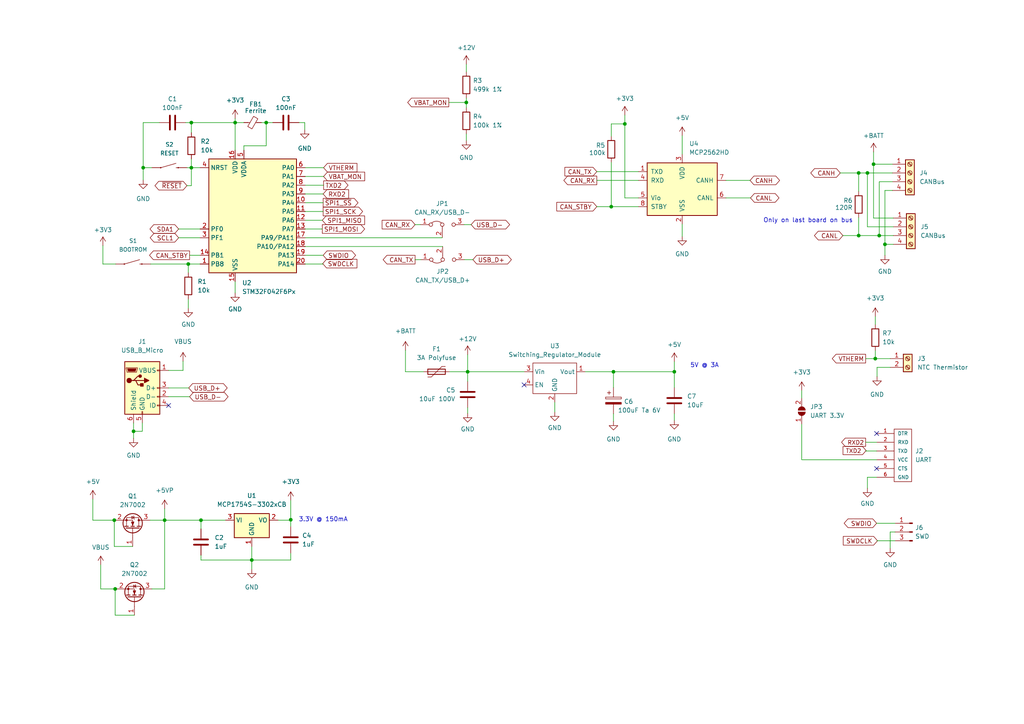
<source format=kicad_sch>
(kicad_sch (version 20211123) (generator eeschema)
  (paper "A4")
  (lib_symbols
    (symbol "+BATT_1" (power) (pin_names (offset 0))
      (property "Value" "+BATT_1" (at 0 3.556 0))
      (symbol "+BATT_1_0_1"
        (polyline (pts (xy -0.762 1.27) (xy 0 2.54)))
        (polyline (pts (xy 0 0) (xy 0 2.54)))
        (polyline (pts (xy 0 2.54) (xy 0.762 1.27)))
      )
      (symbol "+BATT_1_1_1"
        (pin power_in line (at 0 0 90) (length 0) hide (name "+BATT") (number "1"))
      )
    )
    (symbol "Beirdo:FTDI-TARGET" (pin_names (offset 1.016))
      (property "Reference" "J?" (at -1.27 1.27 0))
      (property "Value" "FTDI-TARGET" (at -6.35 -17.78 0))
      (symbol "FTDI-TARGET_0_1"
        (rectangle (start -2.54 0) (end 2.54 -15.24))
      )
      (symbol "FTDI-TARGET_1_1"
        (pin passive line (at -7.62 -1.27 0) (length 5.08) (name "DTR") (number "1"))
        (pin passive line (at -7.62 -3.81 0) (length 5.08) (name "RXD") (number "2"))
        (pin passive line (at -7.62 -6.35 0) (length 5.08) (name "TXD") (number "3"))
        (pin passive line (at -7.62 -8.89 0) (length 5.08) (name "VCC") (number "4"))
        (pin passive line (at -7.62 -11.43 0) (length 5.08) (name "CTS") (number "5"))
        (pin passive line (at -7.62 -13.97 0) (length 5.08) (name "GND") (number "6"))
      )
    )
    (symbol "Beirdo:Switching_Regulator_Module"
      (property "Reference" "U?" (at 0 5.08 0))
      (property "Value" "Switching_Regulator_Module" (at 0 2.54 0))
      (symbol "Switching_Regulator_Module_0_1"
        (rectangle (start -6.35 0) (end 6.35 -8.89))
      )
      (symbol "Switching_Regulator_Module_1_1"
        (pin power_out line (at 8.89 -2.54 180) (length 2.54) (name "Vout") (number "1"))
        (pin passive line (at 0 -11.43 90) (length 2.54) (name "GND") (number "2"))
        (pin power_in line (at -8.89 -2.54 0) (length 2.54) (name "Vin") (number "3"))
        (pin input line (at -8.89 -6.35 0) (length 2.54) (name "EN") (number "4"))
      )
    )
    (symbol "Connector:Conn_01x03_Male" (pin_names (offset 1.016) hide)
      (property "Reference" "J" (at 0 5.08 0))
      (property "Value" "Conn_01x03_Male" (at 0 -5.08 0))
      (symbol "Conn_01x03_Male_1_1"
        (polyline (pts (xy 1.27 -2.54) (xy 0.8636 -2.54)) (stroke (width 0.1524)))
        (polyline (pts (xy 1.27 0) (xy 0.8636 0)) (stroke (width 0.1524)))
        (polyline (pts (xy 1.27 2.54) (xy 0.8636 2.54)) (stroke (width 0.1524)))
        (rectangle (start 0.8636 -2.413) (end 0 -2.667) (stroke (width 0.1524)) (fill (type outline)))
        (rectangle (start 0.8636 0.127) (end 0 -0.127) (stroke (width 0.1524)) (fill (type outline)))
        (rectangle (start 0.8636 2.667) (end 0 2.413) (stroke (width 0.1524)) (fill (type outline)))
        (pin passive line (at 5.08 2.54 180) (length 3.81) (name "Pin_1") (number "1"))
        (pin passive line (at 5.08 0 180) (length 3.81) (name "Pin_2") (number "2"))
        (pin passive line (at 5.08 -2.54 180) (length 3.81) (name "Pin_3") (number "3"))
      )
    )
    (symbol "Connector:Screw_Terminal_01x02" (pin_names (offset 1.016) hide)
      (property "Reference" "J" (at 0 2.54 0))
      (property "Value" "Screw_Terminal_01x02" (at 0 -5.08 0))
      (symbol "Screw_Terminal_01x02_1_1"
        (rectangle (start -1.27 1.27) (end 1.27 -3.81) (stroke (width 0.254)) (fill (type background)))
        (circle (center 0 -2.54) (radius 0.635) (stroke (width 0.1524)))
        (polyline (pts (xy -0.5334 -2.2098) (xy 0.3302 -3.048)) (stroke (width 0.1524)))
        (polyline (pts (xy -0.5334 0.3302) (xy 0.3302 -0.508)) (stroke (width 0.1524)))
        (polyline (pts (xy -0.3556 -2.032) (xy 0.508 -2.8702)) (stroke (width 0.1524)))
        (polyline (pts (xy -0.3556 0.508) (xy 0.508 -0.3302)) (stroke (width 0.1524)))
        (circle (center 0 0) (radius 0.635) (stroke (width 0.1524)))
        (pin passive line (at -5.08 0 0) (length 3.81) (name "Pin_1") (number "1"))
        (pin passive line (at -5.08 -2.54 0) (length 3.81) (name "Pin_2") (number "2"))
      )
    )
    (symbol "Connector:Screw_Terminal_01x04" (pin_names (offset 1.016) hide)
      (property "Reference" "J" (at 0 5.08 0))
      (property "Value" "Screw_Terminal_01x04" (at 0 -7.62 0))
      (symbol "Screw_Terminal_01x04_1_1"
        (rectangle (start -1.27 3.81) (end 1.27 -6.35) (stroke (width 0.254)) (fill (type background)))
        (circle (center 0 -5.08) (radius 0.635) (stroke (width 0.1524)))
        (circle (center 0 -2.54) (radius 0.635) (stroke (width 0.1524)))
        (polyline (pts (xy -0.5334 -4.7498) (xy 0.3302 -5.588)) (stroke (width 0.1524)))
        (polyline (pts (xy -0.5334 -2.2098) (xy 0.3302 -3.048)) (stroke (width 0.1524)))
        (polyline (pts (xy -0.5334 0.3302) (xy 0.3302 -0.508)) (stroke (width 0.1524)))
        (polyline (pts (xy -0.5334 2.8702) (xy 0.3302 2.032)) (stroke (width 0.1524)))
        (polyline (pts (xy -0.3556 -4.572) (xy 0.508 -5.4102)) (stroke (width 0.1524)))
        (polyline (pts (xy -0.3556 -2.032) (xy 0.508 -2.8702)) (stroke (width 0.1524)))
        (polyline (pts (xy -0.3556 0.508) (xy 0.508 -0.3302)) (stroke (width 0.1524)))
        (polyline (pts (xy -0.3556 3.048) (xy 0.508 2.2098)) (stroke (width 0.1524)))
        (circle (center 0 0) (radius 0.635) (stroke (width 0.1524)))
        (circle (center 0 2.54) (radius 0.635) (stroke (width 0.1524)))
        (pin passive line (at -5.08 2.54 0) (length 3.81) (name "Pin_1") (number "1"))
        (pin passive line (at -5.08 0 0) (length 3.81) (name "Pin_2") (number "2"))
        (pin passive line (at -5.08 -2.54 0) (length 3.81) (name "Pin_3") (number "3"))
        (pin passive line (at -5.08 -5.08 0) (length 3.81) (name "Pin_4") (number "4"))
      )
    )
    (symbol "Connector:USB_B_Micro" (pin_names (offset 1.016))
      (property "Reference" "J" (at -5.08 11.43 0))
      (property "Value" "USB_B_Micro" (at -5.08 8.89 0))
      (symbol "USB_B_Micro_0_1"
        (rectangle (start -5.08 -7.62) (end 5.08 7.62) (stroke (width 0.254)) (fill (type background)))
        (circle (center -3.81 2.159) (radius 0.635) (stroke (width 0.254)) (fill (type outline)))
        (circle (center -0.635 3.429) (radius 0.381) (stroke (width 0.254)) (fill (type outline)))
        (rectangle (start -0.127 -7.62) (end 0.127 -6.858))
        (polyline (pts (xy -1.905 2.159) (xy 0.635 2.159)) (stroke (width 0.254)))
        (polyline (pts (xy -3.175 2.159) (xy -2.54 2.159) (xy -1.27 3.429) (xy -0.635 3.429)) (stroke (width 0.254)))
        (polyline (pts (xy -2.54 2.159) (xy -1.905 2.159) (xy -1.27 0.889) (xy 0 0.889)) (stroke (width 0.254)))
        (polyline (pts (xy 0.635 2.794) (xy 0.635 1.524) (xy 1.905 2.159) (xy 0.635 2.794)) (stroke (width 0.254)) (fill (type outline)))
        (polyline (pts (xy -4.318 5.588) (xy -1.778 5.588) (xy -2.032 4.826) (xy -4.064 4.826) (xy -4.318 5.588)) (fill (type outline)))
        (polyline (pts (xy -4.699 5.842) (xy -4.699 5.588) (xy -4.445 4.826) (xy -4.445 4.572) (xy -1.651 4.572) (xy -1.651 4.826) (xy -1.397 5.588) (xy -1.397 5.842) (xy -4.699 5.842)))
        (rectangle (start 0.254 1.27) (end -0.508 0.508) (stroke (width 0.254)) (fill (type outline)))
        (rectangle (start 5.08 -5.207) (end 4.318 -4.953))
        (rectangle (start 5.08 -2.667) (end 4.318 -2.413))
        (rectangle (start 5.08 -0.127) (end 4.318 0.127))
        (rectangle (start 5.08 4.953) (end 4.318 5.207))
      )
      (symbol "USB_B_Micro_1_1"
        (pin power_out line (at 7.62 5.08 180) (length 2.54) (name "VBUS") (number "1"))
        (pin bidirectional line (at 7.62 -2.54 180) (length 2.54) (name "D-") (number "2"))
        (pin bidirectional line (at 7.62 0 180) (length 2.54) (name "D+") (number "3"))
        (pin passive line (at 7.62 -5.08 180) (length 2.54) (name "ID") (number "4"))
        (pin power_out line (at 0 -10.16 90) (length 2.54) (name "GND") (number "5"))
        (pin passive line (at -2.54 -10.16 90) (length 2.54) (name "Shield") (number "6"))
      )
    )
    (symbol "Device:C" (pin_numbers hide) (pin_names (offset 0.254))
      (property "Reference" "C" (at 0.635 2.54 0))
      (property "Value" "C" (at 0.635 -2.54 0))
      (symbol "C_0_1"
        (polyline (pts (xy -2.032 -0.762) (xy 2.032 -0.762)) (stroke (width 0.508)))
        (polyline (pts (xy -2.032 0.762) (xy 2.032 0.762)) (stroke (width 0.508)))
      )
      (symbol "C_1_1"
        (pin passive line (at 0 3.81 270) (length 2.794) (name "~") (number "1"))
        (pin passive line (at 0 -3.81 90) (length 2.794) (name "~") (number "2"))
      )
    )
    (symbol "Device:C_Polarized" (pin_numbers hide) (pin_names (offset 0.254))
      (property "Reference" "C" (at 0.635 2.54 0))
      (property "Value" "C_Polarized" (at 0.635 -2.54 0))
      (symbol "C_Polarized_0_1"
        (rectangle (start -2.286 0.508) (end 2.286 1.016))
        (polyline (pts (xy -1.778 2.286) (xy -0.762 2.286)))
        (polyline (pts (xy -1.27 2.794) (xy -1.27 1.778)))
        (rectangle (start 2.286 -0.508) (end -2.286 -1.016) (fill (type outline)))
      )
      (symbol "C_Polarized_1_1"
        (pin passive line (at 0 3.81 270) (length 2.794) (name "~") (number "1"))
        (pin passive line (at 0 -3.81 90) (length 2.794) (name "~") (number "2"))
      )
    )
    (symbol "Device:FerriteBead_Small" (pin_numbers hide) (pin_names (offset 0))
      (property "Reference" "FB" (at 1.905 1.27 0))
      (property "Value" "FerriteBead_Small" (at 1.905 -1.27 0))
      (symbol "FerriteBead_Small_0_1"
        (polyline (pts (xy 0 -1.27) (xy 0 -0.7874)))
        (polyline (pts (xy 0 0.889) (xy 0 1.2954)))
        (polyline (pts (xy -1.8288 0.2794) (xy -1.1176 1.4986) (xy 1.8288 -0.2032) (xy 1.1176 -1.4224) (xy -1.8288 0.2794)))
      )
      (symbol "FerriteBead_Small_1_1"
        (pin passive line (at 0 2.54 270) (length 1.27) (name "~") (number "1"))
        (pin passive line (at 0 -2.54 90) (length 1.27) (name "~") (number "2"))
      )
    )
    (symbol "Device:Polyfuse" (pin_numbers hide) (pin_names (offset 0))
      (property "Reference" "F" (at -2.54 0 90))
      (property "Value" "Polyfuse" (at 2.54 0 90))
      (symbol "Polyfuse_0_1"
        (rectangle (start -0.762 2.54) (end 0.762 -2.54) (stroke (width 0.254)))
        (polyline (pts (xy 0 2.54) (xy 0 -2.54)))
        (polyline (pts (xy -1.524 2.54) (xy -1.524 1.524) (xy 1.524 -1.524) (xy 1.524 -2.54)))
      )
      (symbol "Polyfuse_1_1"
        (pin passive line (at 0 3.81 270) (length 1.27) (name "~") (number "1"))
        (pin passive line (at 0 -3.81 90) (length 1.27) (name "~") (number "2"))
      )
    )
    (symbol "Device:R" (pin_numbers hide) (pin_names (offset 0))
      (property "Reference" "R" (at 2.032 0 90))
      (property "Value" "R" (at 0 0 90))
      (symbol "R_0_1"
        (rectangle (start -1.016 -2.54) (end 1.016 2.54) (stroke (width 0.254)))
      )
      (symbol "R_1_1"
        (pin passive line (at 0 3.81 270) (length 1.27) (name "~") (number "1"))
        (pin passive line (at 0 -3.81 90) (length 1.27) (name "~") (number "2"))
      )
    )
    (symbol "Interface_CAN_LIN:MCP2562-H-SN" (pin_names (offset 1.016))
      (property "Reference" "U" (at -10.16 8.89 0))
      (property "Value" "MCP2562-H-SN" (at 2.54 8.89 0))
      (symbol "MCP2562-H-SN_0_1"
        (rectangle (start -10.16 7.62) (end 10.16 -7.62) (stroke (width 0.254)) (fill (type background)))
      )
      (symbol "MCP2562-H-SN_1_1"
        (pin input line (at -12.7 5.08 0) (length 2.54) (name "TXD") (number "1"))
        (pin power_in line (at 0 -10.16 90) (length 2.54) (name "VSS") (number "2"))
        (pin power_in line (at 0 10.16 270) (length 2.54) (name "VDD") (number "3"))
        (pin output line (at -12.7 2.54 0) (length 2.54) (name "RXD") (number "4"))
        (pin power_in line (at -12.7 -2.54 0) (length 2.54) (name "Vio") (number "5"))
        (pin bidirectional line (at 12.7 -2.54 180) (length 2.54) (name "CANL") (number "6"))
        (pin bidirectional line (at 12.7 2.54 180) (length 2.54) (name "CANH") (number "7"))
        (pin input line (at -12.7 -5.08 0) (length 2.54) (name "STBY") (number "8"))
      )
    )
    (symbol "Jumper:Jumper_3_Bridged12" (pin_names (offset 0) hide)
      (property "Reference" "JP" (at -2.54 -2.54 0))
      (property "Value" "Jumper_3_Bridged12" (at 0 2.794 0))
      (symbol "Jumper_3_Bridged12_0_0"
        (circle (center -3.302 0) (radius 0.508))
        (circle (center 0 0) (radius 0.508))
        (circle (center 3.302 0) (radius 0.508))
      )
      (symbol "Jumper_3_Bridged12_0_1"
        (arc (start -0.254 0.508) (mid -1.651 0.9912) (end -3.048 0.508))
        (polyline (pts (xy 0 -1.27) (xy 0 -0.508)))
      )
      (symbol "Jumper_3_Bridged12_1_1"
        (pin passive line (at -6.35 0 0) (length 2.54) (name "A") (number "1"))
        (pin passive line (at 0 -3.81 90) (length 2.54) (name "C") (number "2"))
        (pin passive line (at 6.35 0 180) (length 2.54) (name "B") (number "3"))
      )
    )
    (symbol "Jumper:SolderJumper_2_Open" (pin_names (offset 0) hide)
      (property "Reference" "JP" (at 0 2.032 0))
      (property "Value" "SolderJumper_2_Open" (at 0 -2.54 0))
      (symbol "SolderJumper_2_Open_0_1"
        (arc (start -0.254 1.016) (mid -1.27 0) (end -0.254 -1.016))
        (arc (start -0.254 1.016) (mid -1.27 0) (end -0.254 -1.016) (fill (type outline)))
        (polyline (pts (xy -0.254 1.016) (xy -0.254 -1.016)))
        (polyline (pts (xy 0.254 1.016) (xy 0.254 -1.016)))
        (arc (start 0.254 -1.016) (mid 1.27 0) (end 0.254 1.016))
        (arc (start 0.254 -1.016) (mid 1.27 0) (end 0.254 1.016) (fill (type outline)))
      )
      (symbol "SolderJumper_2_Open_1_1"
        (pin passive line (at -3.81 0 0) (length 2.54) (name "A") (number "1"))
        (pin passive line (at 3.81 0 180) (length 2.54) (name "B") (number "2"))
      )
    )
    (symbol "MCU_ST_STM32F0:STM32F042F6Px"
      (property "Reference" "U" (at -12.7 16.51 0))
      (property "Value" "STM32F042F6Px" (at 0 16.51 0))
      (symbol "STM32F042F6Px_0_1"
        (rectangle (start -12.7 -17.78) (end 12.7 15.24) (stroke (width 0.254)) (fill (type background)))
      )
      (symbol "STM32F042F6Px_1_1"
        (pin bidirectional line (at -15.24 -15.24 0) (length 2.54) (name "PB8") (number "1"))
        (pin bidirectional line (at 15.24 2.54 180) (length 2.54) (name "PA4") (number "10"))
        (pin bidirectional line (at 15.24 0 180) (length 2.54) (name "PA5") (number "11"))
        (pin bidirectional line (at 15.24 -2.54 180) (length 2.54) (name "PA6") (number "12"))
        (pin bidirectional line (at 15.24 -5.08 180) (length 2.54) (name "PA7") (number "13"))
        (pin bidirectional line (at -15.24 -12.7 0) (length 2.54) (name "PB1") (number "14"))
        (pin power_in line (at -5.08 -20.32 90) (length 2.54) (name "VSS") (number "15"))
        (pin power_in line (at -5.08 17.78 270) (length 2.54) (name "VDD") (number "16"))
        (pin bidirectional line (at 15.24 -7.62 180) (length 2.54) (name "PA9/PA11") (number "17"))
        (pin bidirectional line (at 15.24 -10.16 180) (length 2.54) (name "PA10/PA12") (number "18"))
        (pin bidirectional line (at 15.24 -12.7 180) (length 2.54) (name "PA13") (number "19"))
        (pin input line (at -15.24 -5.08 0) (length 2.54) (name "PF0") (number "2"))
        (pin bidirectional line (at 15.24 -15.24 180) (length 2.54) (name "PA14") (number "20"))
        (pin input line (at -15.24 -7.62 0) (length 2.54) (name "PF1") (number "3"))
        (pin input line (at -15.24 12.7 0) (length 2.54) (name "NRST") (number "4"))
        (pin power_in line (at -2.54 17.78 270) (length 2.54) (name "VDDA") (number "5"))
        (pin bidirectional line (at 15.24 12.7 180) (length 2.54) (name "PA0") (number "6"))
        (pin bidirectional line (at 15.24 10.16 180) (length 2.54) (name "PA1") (number "7"))
        (pin bidirectional line (at 15.24 7.62 180) (length 2.54) (name "PA2") (number "8"))
        (pin bidirectional line (at 15.24 5.08 180) (length 2.54) (name "PA3") (number "9"))
      )
    )
    (symbol "Regulator_Linear:MCP1754S-3302xCB"
      (property "Reference" "U" (at -3.81 3.175 0))
      (property "Value" "MCP1754S-3302xCB" (at -0.635 3.175 0))
      (symbol "MCP1754S-3302xCB_0_1"
        (rectangle (start -5.08 -5.08) (end 5.08 1.905) (stroke (width 0.254)) (fill (type background)))
      )
      (symbol "MCP1754S-3302xCB_1_1"
        (pin power_in line (at 0 -7.62 90) (length 2.54) (name "GND") (number "1"))
        (pin power_out line (at 7.62 0 180) (length 2.54) (name "VO") (number "2"))
        (pin power_in line (at -7.62 0 0) (length 2.54) (name "VI") (number "3"))
      )
    )
    (symbol "SparkFun-Switches:MOMENTARY-SWITCH-SPST-PTH-6.0MM" (pin_numbers hide) (pin_names (offset 1.016) hide)
      (property "Reference" "S" (at -5.08 2.54 0))
      (property "Value" "MOMENTARY-SWITCH-SPST-PTH-6.0MM" (at -5.08 -2.54 0))
      (property "Field4" " SWCH-08441" (at 0 6.35 0))
      (symbol "MOMENTARY-SWITCH-SPST-PTH-6.0MM_1_0"
        (polyline (pts (xy -2.54 0) (xy 1.905 1.27)))
        (polyline (pts (xy 1.905 0) (xy 2.54 0)))
      )
      (symbol "MOMENTARY-SWITCH-SPST-PTH-6.0MM_1_1"
        (circle (center -2.54 0) (radius 0.127) (fill (type outline)))
        (circle (center 2.54 0) (radius 0.127) (fill (type outline)))
        (pin passive line (at -5.08 0 0) (length 2.54) (name "1") (number "1"))
        (pin passive line (at 5.08 0 180) (length 2.54) (name "2") (number "3"))
      )
    )
    (symbol "Transistor_FET:2N7002" (pin_names hide)
      (property "Reference" "Q" (at 5.08 1.905 0))
      (property "Value" "2N7002" (at 5.08 0 0))
      (symbol "2N7002_0_1"
        (polyline (pts (xy 0.254 0) (xy -2.54 0)))
        (polyline (pts (xy 0.254 1.905) (xy 0.254 -1.905)) (stroke (width 0.254)))
        (polyline (pts (xy 0.762 -1.27) (xy 0.762 -2.286)) (stroke (width 0.254)))
        (polyline (pts (xy 0.762 0.508) (xy 0.762 -0.508)) (stroke (width 0.254)))
        (polyline (pts (xy 0.762 2.286) (xy 0.762 1.27)) (stroke (width 0.254)))
        (polyline (pts (xy 2.54 2.54) (xy 2.54 1.778)))
        (polyline (pts (xy 2.54 -2.54) (xy 2.54 0) (xy 0.762 0)))
        (polyline (pts (xy 0.762 -1.778) (xy 3.302 -1.778) (xy 3.302 1.778) (xy 0.762 1.778)))
        (polyline (pts (xy 1.016 0) (xy 2.032 0.381) (xy 2.032 -0.381) (xy 1.016 0)) (fill (type outline)))
        (polyline (pts (xy 2.794 0.508) (xy 2.921 0.381) (xy 3.683 0.381) (xy 3.81 0.254)))
        (polyline (pts (xy 3.302 0.381) (xy 2.921 -0.254) (xy 3.683 -0.254) (xy 3.302 0.381)))
        (circle (center 1.651 0) (radius 2.794) (stroke (width 0.254)))
        (circle (center 2.54 -1.778) (radius 0.254) (fill (type outline)))
        (circle (center 2.54 1.778) (radius 0.254) (fill (type outline)))
      )
      (symbol "2N7002_1_1"
        (pin input line (at -5.08 0 0) (length 2.54) (name "G") (number "1"))
        (pin passive line (at 2.54 -5.08 90) (length 2.54) (name "S") (number "2"))
        (pin passive line (at 2.54 5.08 270) (length 2.54) (name "D") (number "3"))
      )
    )
    (symbol "power:+12V" (power) (pin_names (offset 0))
      (property "Value" "+12V" (at 0 3.556 0))
      (symbol "+12V_0_1"
        (polyline (pts (xy -0.762 1.27) (xy 0 2.54)))
        (polyline (pts (xy 0 0) (xy 0 2.54)))
        (polyline (pts (xy 0 2.54) (xy 0.762 1.27)))
      )
      (symbol "+12V_1_1"
        (pin power_in line (at 0 0 90) (length 0) hide (name "+12V") (number "1"))
      )
    )
    (symbol "power:+3V3" (power) (pin_names (offset 0))
      (property "Value" "+3V3" (at 0 3.556 0))
      (symbol "+3V3_0_1"
        (polyline (pts (xy -0.762 1.27) (xy 0 2.54)))
        (polyline (pts (xy 0 0) (xy 0 2.54)))
        (polyline (pts (xy 0 2.54) (xy 0.762 1.27)))
      )
      (symbol "+3V3_1_1"
        (pin power_in line (at 0 0 90) (length 0) hide (name "+3V3") (number "1"))
      )
    )
    (symbol "power:+5V" (power) (pin_names (offset 0))
      (property "Value" "+5V" (at 0 3.556 0))
      (symbol "+5V_0_1"
        (polyline (pts (xy -0.762 1.27) (xy 0 2.54)))
        (polyline (pts (xy 0 0) (xy 0 2.54)))
        (polyline (pts (xy 0 2.54) (xy 0.762 1.27)))
      )
      (symbol "+5V_1_1"
        (pin power_in line (at 0 0 90) (length 0) hide (name "+5V") (number "1"))
      )
    )
    (symbol "power:+5VP" (power) (pin_names (offset 0))
      (property "Value" "+5VP" (at 0 3.556 0))
      (symbol "+5VP_0_1"
        (polyline (pts (xy -0.762 1.27) (xy 0 2.54)))
        (polyline (pts (xy 0 0) (xy 0 2.54)))
        (polyline (pts (xy 0 2.54) (xy 0.762 1.27)))
      )
      (symbol "+5VP_1_1"
        (pin power_in line (at 0 0 90) (length 0) hide (name "+5VP") (number "1"))
      )
    )
    (symbol "power:+BATT" (power) (pin_names (offset 0))
      (property "Value" "+BATT" (at 0 3.556 0))
      (symbol "+BATT_0_1"
        (polyline (pts (xy -0.762 1.27) (xy 0 2.54)))
        (polyline (pts (xy 0 0) (xy 0 2.54)))
        (polyline (pts (xy 0 2.54) (xy 0.762 1.27)))
      )
      (symbol "+BATT_1_1"
        (pin power_in line (at 0 0 90) (length 0) hide (name "+BATT") (number "1"))
      )
    )
    (symbol "power:GND" (power) (pin_names (offset 0))
      (property "Value" "GND" (at 0 -3.81 0))
      (symbol "GND_0_1"
        (polyline (pts (xy 0 0) (xy 0 -1.27) (xy 1.27 -1.27) (xy 0 -2.54) (xy -1.27 -1.27) (xy 0 -1.27)))
      )
      (symbol "GND_1_1"
        (pin power_in line (at 0 0 270) (length 0) hide (name "GND") (number "1"))
      )
    )
    (symbol "power:VBUS" (power) (pin_names (offset 0))
      (property "Value" "VBUS" (at 0 3.81 0))
      (symbol "VBUS_0_1"
        (polyline (pts (xy -0.762 1.27) (xy 0 2.54)))
        (polyline (pts (xy 0 0) (xy 0 2.54)))
        (polyline (pts (xy 0 2.54) (xy 0.762 1.27)))
      )
      (symbol "VBUS_1_1"
        (pin power_in line (at 0 0 90) (length 0) hide (name "VBUS") (number "1"))
      )
    )
  )
  (junction (at 253.365 47.625))
  (junction (at 33.147 150.876))
  (junction (at 47.752 150.876))
  (junction (at 253.873 104.013))
  (junction (at 58.293 150.876))
  (junction (at 249.047 68.326))
  (junction (at 249.047 50.165))
  (junction (at 55.499 48.641))
  (junction (at 256.667 70.866))
  (junction (at 255.016 68.326))
  (junction (at 73.025 162.433))
  (junction (at 195.58 107.823))
  (junction (at 54.61 76.581))
  (junction (at 135.255 29.718))
  (junction (at 77.216 35.56))
  (junction (at 251.587 50.165))
  (junction (at 41.529 48.641))
  (junction (at 177.927 107.823))
  (junction (at 181.229 35.941))
  (junction (at 55.499 35.56))
  (junction (at 135.636 107.823))
  (junction (at 38.735 125.095))
  (junction (at 33.401 170.815))
  (junction (at 84.328 150.749))
  (junction (at 177.292 59.944))
  (junction (at 68.199 35.56))
  (no_connect (at 254.254 125.73))
  (no_connect (at 254.254 135.89))
  (no_connect (at 48.895 117.602))
  (no_connect (at 152.019 111.633))
  (wire (pts (xy 51.816 66.421) (xy 58.039 66.421)))
  (wire (pts (xy 253.365 63.246) (xy 259.08 63.246)))
  (wire (pts (xy 48.895 112.522) (xy 54.737 112.522)))
  (wire (pts (xy 88.519 58.801) (xy 93.726 58.801)))
  (wire (pts (xy 88.519 68.961) (xy 128.27 68.961)))
  (wire (pts (xy 135.255 28.448) (xy 135.255 29.718)))
  (wire (pts (xy 77.216 35.56) (xy 79.121 35.56)))
  (wire (pts (xy 135.255 18.669) (xy 135.255 20.828)))
  (wire (pts (xy 68.199 81.661) (xy 68.199 84.963)))
  (wire (pts (xy 44.069 48.641) (xy 41.529 48.641)))
  (wire (pts (xy 253.873 104.013) (xy 258.191 104.013)))
  (wire (pts (xy 55.499 38.481) (xy 55.499 35.56)))
  (wire (pts (xy 256.667 74.041) (xy 256.667 70.866)))
  (wire (pts (xy 255.016 68.326) (xy 259.08 68.326)))
  (wire (pts (xy 249.047 68.326) (xy 255.016 68.326)))
  (wire (pts (xy 232.537 133.35) (xy 254.254 133.35)))
  (wire (pts (xy 120.396 75.311) (xy 122.047 75.311)))
  (wire (pts (xy 54.229 48.641) (xy 55.499 48.641)))
  (wire (pts (xy 253.365 44.069) (xy 253.365 47.625)))
  (wire (pts (xy 117.602 107.823) (xy 117.602 101.6)))
  (wire (pts (xy 58.293 161.036) (xy 58.293 162.433)))
  (wire (pts (xy 135.255 38.862) (xy 135.255 40.767)))
  (wire (pts (xy 55.499 46.101) (xy 55.499 48.641)))
  (wire (pts (xy 88.519 48.641) (xy 93.853 48.641)))
  (wire (pts (xy 130.429 107.823) (xy 135.636 107.823)))
  (wire (pts (xy 93.599 76.581) (xy 93.599 76.454)))
  (wire (pts (xy 254.381 156.845) (xy 259.588 156.845)))
  (wire (pts (xy 68.199 34.417) (xy 68.199 35.56)))
  (wire (pts (xy 121.92 65.151) (xy 120.396 65.151)))
  (wire (pts (xy 41.529 35.56) (xy 46.228 35.56)))
  (wire (pts (xy 41.529 48.641) (xy 41.529 52.197)))
  (wire (pts (xy 53.086 107.442) (xy 53.086 104.775)))
  (wire (pts (xy 84.328 150.876) (xy 84.328 152.781)))
  (wire (pts (xy 58.293 150.876) (xy 58.293 153.416)))
  (wire (pts (xy 232.537 113.284) (xy 232.537 115.443)))
  (wire (pts (xy 58.039 68.961) (xy 51.816 68.961)))
  (wire (pts (xy 33.401 178.435) (xy 33.401 170.815)))
  (wire (pts (xy 251.206 130.81) (xy 251.206 130.683)))
  (wire (pts (xy 254.381 109.22) (xy 254.381 106.553)))
  (wire (pts (xy 54.61 76.581) (xy 58.039 76.581)))
  (wire (pts (xy 258.191 159.004) (xy 258.191 154.305)))
  (wire (pts (xy 73.025 162.433) (xy 84.328 162.433)))
  (wire (pts (xy 251.587 138.43) (xy 254.254 138.43)))
  (wire (pts (xy 88.519 71.501) (xy 128.397 71.501)))
  (wire (pts (xy 195.58 107.823) (xy 195.58 112.395)))
  (wire (pts (xy 41.275 125.095) (xy 38.735 125.095)))
  (wire (pts (xy 73.025 162.433) (xy 73.025 165.1)))
  (wire (pts (xy 258.826 52.705) (xy 255.016 52.705)))
  (wire (pts (xy 70.739 42.291) (xy 77.216 42.291)))
  (wire (pts (xy 177.292 59.944) (xy 173.101 59.944)))
  (wire (pts (xy 181.229 35.941) (xy 181.229 33.401)))
  (wire (pts (xy 251.079 104.013) (xy 253.873 104.013)))
  (wire (pts (xy 251.587 141.605) (xy 251.587 138.43)))
  (wire (pts (xy 80.645 150.876) (xy 84.328 150.876)))
  (wire (pts (xy 177.292 47.117) (xy 177.292 59.944)))
  (wire (pts (xy 251.079 128.27) (xy 254.254 128.27)))
  (wire (pts (xy 232.537 123.063) (xy 232.537 133.35)))
  (wire (pts (xy 135.255 29.718) (xy 135.255 31.242)))
  (wire (pts (xy 195.58 120.015) (xy 195.58 121.92)))
  (wire (pts (xy 33.147 158.496) (xy 33.147 150.876)))
  (wire (pts (xy 84.328 150.749) (xy 84.328 145.161)))
  (wire (pts (xy 259.08 65.786) (xy 251.587 65.786)))
  (wire (pts (xy 249.047 63.119) (xy 249.047 68.326)))
  (wire (pts (xy 122.809 107.823) (xy 117.602 107.823)))
  (wire (pts (xy 130.175 29.718) (xy 135.255 29.718)))
  (wire (pts (xy 169.799 107.823) (xy 177.927 107.823)))
  (wire (pts (xy 29.21 170.815) (xy 33.401 170.815)))
  (wire (pts (xy 185.166 57.404) (xy 181.229 57.404)))
  (wire (pts (xy 88.519 74.041) (xy 93.726 74.041)))
  (wire (pts (xy 173.101 52.324) (xy 185.166 52.324)))
  (wire (pts (xy 88.519 63.881) (xy 93.472 63.881)))
  (wire (pts (xy 253.365 47.625) (xy 258.826 47.625)))
  (wire (pts (xy 256.667 70.866) (xy 259.08 70.866)))
  (wire (pts (xy 255.016 52.705) (xy 255.016 68.326)))
  (wire (pts (xy 134.747 75.311) (xy 137.16 75.311)))
  (wire (pts (xy 26.924 144.78) (xy 26.924 150.876)))
  (wire (pts (xy 77.216 35.56) (xy 75.819 35.56)))
  (wire (pts (xy 253.873 101.727) (xy 253.873 104.013)))
  (wire (pts (xy 88.519 66.421) (xy 93.472 66.421)))
  (wire (pts (xy 256.667 55.245) (xy 256.667 70.866)))
  (wire (pts (xy 47.752 150.876) (xy 58.293 150.876)))
  (wire (pts (xy 253.873 91.821) (xy 253.873 94.107)))
  (wire (pts (xy 26.924 150.876) (xy 33.147 150.876)))
  (wire (pts (xy 258.191 154.305) (xy 259.588 154.305)))
  (wire (pts (xy 88.392 37.592) (xy 88.392 35.56)))
  (wire (pts (xy 251.587 50.165) (xy 258.826 50.165)))
  (wire (pts (xy 185.166 59.944) (xy 177.292 59.944)))
  (wire (pts (xy 88.392 35.56) (xy 86.741 35.56)))
  (wire (pts (xy 88.519 76.581) (xy 93.599 76.581)))
  (wire (pts (xy 253.365 47.625) (xy 253.365 63.246)))
  (wire (pts (xy 44.069 170.815) (xy 47.752 170.815)))
  (wire (pts (xy 58.293 162.433) (xy 73.025 162.433)))
  (wire (pts (xy 77.216 42.291) (xy 77.216 35.56)))
  (wire (pts (xy 134.62 65.151) (xy 136.652 65.151)))
  (wire (pts (xy 244.475 68.326) (xy 249.047 68.326)))
  (wire (pts (xy 38.735 125.095) (xy 38.735 122.682)))
  (wire (pts (xy 70.739 42.291) (xy 70.739 43.561)))
  (wire (pts (xy 47.752 147.574) (xy 47.752 150.876)))
  (wire (pts (xy 243.713 50.165) (xy 249.047 50.165)))
  (wire (pts (xy 29.845 71.247) (xy 29.845 76.581)))
  (wire (pts (xy 135.636 107.823) (xy 135.636 110.617)))
  (wire (pts (xy 33.147 150.876) (xy 33.401 150.876)))
  (wire (pts (xy 55.499 35.56) (xy 68.199 35.56)))
  (wire (pts (xy 54.61 86.741) (xy 54.61 89.408)))
  (wire (pts (xy 197.866 65.024) (xy 197.866 68.58)))
  (wire (pts (xy 88.519 56.261) (xy 93.726 56.261)))
  (wire (pts (xy 58.293 150.876) (xy 65.405 150.876)))
  (wire (pts (xy 55.499 48.641) (xy 58.039 48.641)))
  (wire (pts (xy 84.328 160.401) (xy 84.328 162.433)))
  (wire (pts (xy 135.636 118.237) (xy 135.636 119.888)))
  (wire (pts (xy 177.292 35.941) (xy 181.229 35.941)))
  (wire (pts (xy 29.845 76.581) (xy 33.528 76.581)))
  (wire (pts (xy 55.499 48.641) (xy 55.499 53.848)))
  (wire (pts (xy 249.047 55.499) (xy 249.047 50.165)))
  (wire (pts (xy 177.292 39.497) (xy 177.292 35.941)))
  (wire (pts (xy 254.381 106.553) (xy 258.191 106.553)))
  (wire (pts (xy 195.58 104.902) (xy 195.58 107.823)))
  (wire (pts (xy 177.927 120.015) (xy 177.927 122.174)))
  (wire (pts (xy 38.735 127.127) (xy 38.735 125.095)))
  (wire (pts (xy 68.199 35.56) (xy 68.199 43.561)))
  (wire (pts (xy 38.481 158.496) (xy 33.147 158.496)))
  (wire (pts (xy 47.752 170.815) (xy 47.752 150.876)))
  (wire (pts (xy 54.229 53.848) (xy 55.499 53.848)))
  (wire (pts (xy 88.519 61.341) (xy 93.726 61.341)))
  (wire (pts (xy 185.166 49.784) (xy 173.101 49.784)))
  (wire (pts (xy 249.047 50.165) (xy 251.587 50.165)))
  (wire (pts (xy 251.206 130.81) (xy 254.254 130.81)))
  (wire (pts (xy 54.61 79.121) (xy 54.61 76.581)))
  (wire (pts (xy 135.636 107.823) (xy 152.019 107.823)))
  (wire (pts (xy 88.519 53.721) (xy 93.853 53.721)))
  (wire (pts (xy 197.866 39.37) (xy 197.866 44.704)))
  (wire (pts (xy 160.909 116.713) (xy 160.909 119.507)))
  (wire (pts (xy 41.275 122.682) (xy 41.275 125.095)))
  (wire (pts (xy 177.927 107.823) (xy 195.58 107.823)))
  (wire (pts (xy 210.566 52.324) (xy 217.551 52.324)))
  (wire (pts (xy 70.739 35.56) (xy 68.199 35.56)))
  (wire (pts (xy 38.989 178.435) (xy 33.401 178.435)))
  (wire (pts (xy 54.61 76.581) (xy 43.688 76.581)))
  (wire (pts (xy 54.991 74.041) (xy 58.039 74.041)))
  (wire (pts (xy 48.895 115.062) (xy 54.991 115.062)))
  (wire (pts (xy 258.826 55.245) (xy 256.667 55.245)))
  (wire (pts (xy 41.529 35.56) (xy 41.529 48.641)))
  (wire (pts (xy 210.566 57.404) (xy 217.678 57.404)))
  (wire (pts (xy 135.636 102.87) (xy 135.636 107.823)))
  (wire (pts (xy 88.519 51.181) (xy 93.853 51.181)))
  (wire (pts (xy 254.254 151.765) (xy 259.588 151.765)))
  (wire (pts (xy 29.21 163.83) (xy 29.21 170.815)))
  (wire (pts (xy 177.927 107.823) (xy 177.927 112.395)))
  (wire (pts (xy 53.848 35.56) (xy 55.499 35.56)))
  (wire (pts (xy 43.561 150.876) (xy 47.752 150.876)))
  (wire (pts (xy 48.895 107.442) (xy 53.086 107.442)))
  (wire (pts (xy 33.401 170.815) (xy 33.909 170.815)))
  (wire (pts (xy 73.025 158.496) (xy 73.025 162.433)))
  (wire (pts (xy 251.587 65.786) (xy 251.587 50.165)))
  (wire (pts (xy 181.229 57.404) (xy 181.229 35.941)))
  (text "5V @ 3A" (at 208.534 106.807 180) (effects (font (size 1.27 1.27)) (justify right bottom)))
  (text "Only on last board on bus" (at 247.396 64.77 180) (effects (font (size 1.27 1.27)) (justify right bottom)))
  (text "3.3V @ 150mA" (at 86.614 151.511 0) (effects (font (size 1.27 1.27)) (justify left bottom)))
  (global_label "TXD2" (shape input) (at 251.206 130.683 180) (effects (font (size 1.2 1.2))) (property "Intersheet References" "${INTERSHEET_REFS}" (effects hide)))
  (global_label "CANH" (shape bidirectional) (at 217.551 52.324 0) (property "Intersheet References" "${INTERSHEET_REFS}" (effects hide)))
  (global_label "VBAT_MON" (shape output) (at 130.175 29.718 180) (property "Intersheet References" "${INTERSHEET_REFS}" (effects hide)))
  (global_label "USB_D-" (shape bidirectional) (at 54.991 115.062 0) (property "Intersheet References" "${INTERSHEET_REFS}" (effects hide)))
  (global_label "CAN_STBY" (shape input) (at 173.101 59.944 180) (property "Intersheet References" "${INTERSHEET_REFS}" (effects hide)))
  (global_label "SPI1_SCK" (shape output) (at 93.726 61.341 0) (property "Intersheet References" "${INTERSHEET_REFS}" (effects hide)))
  (global_label "SCL1" (shape bidirectional) (at 51.816 68.961 180) (property "Intersheet References" "${INTERSHEET_REFS}" (effects hide)))
  (global_label "USB_D+" (shape bidirectional) (at 54.737 112.522 0) (property "Intersheet References" "${INTERSHEET_REFS}" (effects hide)))
  (global_label "SPI1_MISO" (shape input) (at 93.472 63.881 0) (property "Intersheet References" "${INTERSHEET_REFS}" (effects hide)))
  (global_label "VBAT_MON" (shape input) (at 93.853 51.181 0) (property "Intersheet References" "${INTERSHEET_REFS}" (effects hide)))
  (global_label "VTHERM" (shape output) (at 251.079 104.013 180) (property "Intersheet References" "${INTERSHEET_REFS}" (effects hide)))
  (global_label "SDA1" (shape bidirectional) (at 51.816 66.421 180) (property "Intersheet References" "${INTERSHEET_REFS}" (effects hide)))
  (global_label "USB_D-" (shape bidirectional) (at 136.652 65.151 0) (property "Intersheet References" "${INTERSHEET_REFS}" (effects hide)))
  (global_label "CANH" (shape bidirectional) (at 243.713 50.165 180) (property "Intersheet References" "${INTERSHEET_REFS}" (effects hide)))
  (global_label "~{RESET}" (shape bidirectional) (at 54.229 53.848 180) (property "Intersheet References" "${INTERSHEET_REFS}" (effects hide)))
  (global_label "CANL" (shape bidirectional) (at 244.475 68.326 180) (property "Intersheet References" "${INTERSHEET_REFS}" (effects hide)))
  (global_label "SWDCLK" (shape input) (at 254.508 156.845 180) (property "Intersheet References" "${INTERSHEET_REFS}" (effects hide)))
  (global_label "RXD2" (shape input) (at 93.726 56.261 0) (property "Intersheet References" "${INTERSHEET_REFS}" (effects hide)))
  (global_label "TXD2" (shape output) (at 93.853 53.721 0) (property "Intersheet References" "${INTERSHEET_REFS}" (effects hide)))
  (global_label "CANL" (shape bidirectional) (at 217.678 57.404 0) (property "Intersheet References" "${INTERSHEET_REFS}" (effects hide)))
  (global_label "RXD2" (shape output) (at 251.079 128.27 180) (effects (font (size 1.2 1.2))) (property "Intersheet References" "${INTERSHEET_REFS}" (effects hide)))
  (global_label "CAN_TX" (shape input) (at 173.101 49.784 180) (property "Intersheet References" "${INTERSHEET_REFS}" (effects hide)))
  (global_label "SWDCLK" (shape input) (at 93.599 76.454 0) (property "Intersheet References" "${INTERSHEET_REFS}" (effects hide)))
  (global_label "CAN_STBY" (shape output) (at 54.991 74.041 180) (property "Intersheet References" "${INTERSHEET_REFS}" (effects hide)))
  (global_label "VTHERM" (shape input) (at 93.853 48.641 0) (property "Intersheet References" "${INTERSHEET_REFS}" (effects hide)))
  (global_label "CAN_RX" (shape output) (at 173.101 52.324 180) (property "Intersheet References" "${INTERSHEET_REFS}" (effects hide)))
  (global_label "SPI1_MOSI" (shape output) (at 93.472 66.421 0) (property "Intersheet References" "${INTERSHEET_REFS}" (effects hide)))
  (global_label "SWDIO" (shape bidirectional) (at 254.254 151.765 180) (property "Intersheet References" "${INTERSHEET_REFS}" (effects hide)))
  (global_label "USB_D+" (shape bidirectional) (at 137.16 75.311 0) (property "Intersheet References" "${INTERSHEET_REFS}" (effects hide)))
  (global_label "SWDIO" (shape bidirectional) (at 93.726 74.041 0) (property "Intersheet References" "${INTERSHEET_REFS}" (effects hide)))
  (global_label "CAN_TX" (shape output) (at 120.396 75.311 180) (property "Intersheet References" "${INTERSHEET_REFS}" (effects hide)))
  (global_label "CAN_RX" (shape input) (at 120.396 65.151 180) (property "Intersheet References" "${INTERSHEET_REFS}" (effects hide)))
  (global_label "~{SPI1_SS}" (shape output) (at 93.726 58.801 0) (property "Intersheet References" "${INTERSHEET_REFS}" (effects hide)))
  (symbol (lib_id "Device:R") (at 253.873 97.917 0) (unit 1)
    (property "Reference" "R7" (at 255.905 96.6469 0) (effects (justify left)))
    (property "Value" "10k" (at 255.905 99.1869 0) (effects (justify left)))
    (property "Footprint" "Resistor_SMD:R_0805_2012Metric_Pad1.20x1.40mm_HandSolder" (effects hide))
  )
  (symbol (lib_id "Device:C") (at 82.931 35.56 90) (unit 1)
    (property "Reference" "C3" (at 82.931 28.702 90))
    (property "Value" "100nF" (at 82.931 31.242 90))
    (property "Footprint" "Capacitor_SMD:C_0805_2012Metric_Pad1.18x1.45mm_HandSolder" (effects hide))
  )
  (symbol (lib_id "Interface_CAN_LIN:MCP2562-H-SN") (at 197.866 54.864 0) (unit 1)
    (property "Reference" "U4" (at 199.8854 41.656 0) (effects (justify left)))
    (property "Value" "MCP2562HD" (at 199.8854 44.196 0) (effects (justify left)))
    (property "Footprint" "Package_SO:SOIC-8_3.9x4.9mm_P1.27mm" (effects hide))
    (property "Datasheet" "http://ww1.microchip.com/downloads/en/DeviceDoc/25167A.pdf" (effects hide))
  )
  (symbol (lib_id "Transistor_FET:2N7002") (at 38.989 173.355 270) (mirror x) (unit 1)
    (property "Reference" "Q2" (at 38.989 163.83 90))
    (property "Value" "2N7002" (at 38.989 166.37 90))
    (property "Footprint" "Package_TO_SOT_SMD:SOT-23" (effects hide))
    (property "Datasheet" "https://www.onsemi.com/pub/Collateral/NDS7002A-D.PDF" (effects hide))
  )
  (symbol (lib_id "power:GND") (at 54.61 89.408 0) (unit 1)
    (property "Reference" "#PWR08" (effects hide))
    (property "Value" "GND" (at 54.61 94.107 0))
  )
  (symbol (lib_id "power:GND") (at 160.909 119.507 0) (unit 1)
    (property "Reference" "#PWR019" (effects hide))
    (property "Value" "GND" (at 160.909 124.079 0))
  )
  (symbol (lib_id "Jumper:SolderJumper_2_Open") (at 232.537 119.253 90) (unit 1)
    (property "Reference" "JP3" (at 234.95 117.9829 90) (effects (justify right)))
    (property "Value" "UART 3.3V" (at 234.95 120.5229 90) (effects (justify right)))
    (property "Footprint" "Jumper:SolderJumper-2_P1.3mm_Open_TrianglePad1.0x1.5mm" (effects hide))
  )
  (symbol (lib_id "power:GND") (at 135.636 119.888 0) (unit 1)
    (property "Reference" "#PWR018" (effects hide))
    (property "Value" "GND" (at 135.636 124.46 0))
  )
  (symbol (lib_id "Device:R") (at 249.047 59.309 0) (unit 1)
    (property "Reference" "R6" (at 244.602 58.166 0) (effects (justify left)))
    (property "Value" "120R" (at 242.189 60.198 0) (effects (justify left)))
    (property "Footprint" "Resistor_SMD:R_0805_2012Metric_Pad1.20x1.40mm_HandSolder" (effects hide))
  )
  (symbol (lib_id "Connector:USB_B_Micro") (at 41.275 112.522 0) (unit 1)
    (property "Reference" "J1" (at 41.275 99.06 0))
    (property "Value" "USB_B_Micro" (at 41.275 101.6 0))
    (property "Footprint" "Connector_USB:USB_Micro-B_Amphenol_10118194_Horizontal" (effects hide))
  )
  (symbol (lib_id "Regulator_Linear:MCP1754S-3302xCB") (at 73.025 150.876 0) (unit 1)
    (property "Reference" "U1" (at 73.025 143.764 0))
    (property "Value" "MCP1754S-3302xCB" (at 73.025 146.304 0))
    (property "Footprint" "Package_TO_SOT_SMD:SOT-23" (effects hide))
    (property "Datasheet" "http://ww1.microchip.com/downloads/en/DeviceDoc/20002276C.pdf" (effects hide))
  )
  (symbol (lib_id "Beirdo:FTDI-TARGET") (at 261.874 124.46 0) (unit 1)
    (property "Reference" "J2" (at 265.43 130.8099 0) (effects (justify left)))
    (property "Value" "UART" (at 265.43 133.3499 0) (effects (justify left)))
    (property "Footprint" "Beirdo:FTDI-TARGET" (effects hide))
  )
  (symbol (lib_id "Beirdo:Switching_Regulator_Module") (at 160.909 105.283 0) (unit 1)
    (property "Reference" "U3" (at 160.909 100.33 0))
    (property "Value" "Switching_Regulator_Module" (at 160.909 102.87 0))
    (property "Footprint" "Beirdo:Switching_Regulator_Module" (effects hide))
    (property "ASIN" "B08R6337QY" (effects hide))
  )
  (symbol (lib_id "Device:C") (at 50.038 35.56 90) (unit 1)
    (property "Reference" "C1" (at 50.038 28.702 90))
    (property "Value" "100nF" (at 50.038 31.242 90))
    (property "Footprint" "Capacitor_SMD:C_0805_2012Metric_Pad1.18x1.45mm_HandSolder" (effects hide))
  )
  (symbol (lib_id "power:+3V3") (at 84.328 145.161 0) (unit 1)
    (property "Reference" "#PWR012" (effects hide))
    (property "Value" "+3V3" (at 84.328 139.7 0))
  )
  (symbol (lib_id "Jumper:Jumper_3_Bridged12") (at 128.27 65.151 0) (unit 1)
    (property "Reference" "JP1" (at 128.27 59.055 0))
    (property "Value" "CAN_RX/USB_D-" (at 128.27 61.595 0))
    (property "Footprint" "Connector_PinHeader_2.54mm:PinHeader_1x03_P2.54mm_Vertical" (effects hide))
  )
  (symbol (lib_id "Device:C") (at 58.293 157.226 0) (unit 1)
    (property "Reference" "C2" (at 62.23 155.9559 0) (effects (justify left)))
    (property "Value" "1uF" (at 62.23 158.4959 0) (effects (justify left)))
    (property "Footprint" "Capacitor_SMD:C_0805_2012Metric_Pad1.18x1.45mm_HandSolder" (effects hide))
  )
  (symbol (lib_id "power:+5VP") (at 47.752 147.574 0) (unit 1)
    (property "Reference" "#PWR06" (effects hide))
    (property "Value" "+5VP" (at 47.752 142.24 0))
  )
  (symbol (lib_id "power:GND") (at 251.587 141.605 0) (unit 1)
    (property "Reference" "#PWR027" (effects hide))
    (property "Value" "GND" (at 251.587 146.05 0))
  )
  (symbol (lib_id "power:GND") (at 38.735 127.127 0) (unit 1)
    (property "Reference" "#PWR04" (effects hide))
    (property "Value" "GND" (at 38.735 132.08 0))
  )
  (symbol (lib_id "power:+5V") (at 195.58 104.902 0) (unit 1)
    (property "Reference" "#PWR022" (effects hide))
    (property "Value" "+5V" (at 195.58 99.949 0))
  )
  (symbol (lib_id "Device:R") (at 135.255 35.052 0) (unit 1)
    (property "Reference" "R4" (at 137.16 33.7819 0) (effects (justify left)))
    (property "Value" "100k 1%" (at 137.16 36.3219 0) (effects (justify left)))
    (property "Footprint" "Resistor_SMD:R_0805_2012Metric_Pad1.20x1.40mm_HandSolder" (effects hide))
  )
  (symbol (lib_id "power:GND") (at 88.392 37.592 0) (unit 1)
    (property "Reference" "#PWR013" (effects hide))
    (property "Value" "GND" (at 88.392 43.053 0))
  )
  (symbol (lib_name "+BATT_1") (lib_id "power:+BATT") (at 253.365 44.069 0) (unit 1)
    (property "Reference" "#PWR028" (effects hide))
    (property "Value" "+BATT" (at 253.365 39.37 0))
  )
  (symbol (lib_id "power:GND") (at 177.927 122.174 0) (unit 1)
    (property "Reference" "#PWR020" (effects hide))
    (property "Value" "GND" (at 177.927 127.381 0))
  )
  (symbol (lib_id "power:+3V3") (at 181.229 33.401 0) (unit 1)
    (property "Reference" "#PWR021" (effects hide))
    (property "Value" "+3V3" (at 181.229 28.575 0))
  )
  (symbol (lib_id "SparkFun-Switches:MOMENTARY-SWITCH-SPST-PTH-6.0MM") (at 38.608 76.581 0) (unit 1)
    (property "Reference" "S1" (at 38.608 69.85 0) (effects (font (size 1.143 1.143))))
    (property "Value" "BOOTROM" (at 38.608 72.39 0) (effects (font (size 1.143 1.143))))
    (property "Footprint" "SparkFun-Switches:TACTILE_SWITCH_PTH_6.0MM" (effects hide))
    (property "Field4" " SWCH-08441" (effects hide))
  )
  (symbol (lib_id "power:GND") (at 195.58 121.92 0) (unit 1)
    (property "Reference" "#PWR023" (effects hide))
    (property "Value" "GND" (at 195.58 127.381 0))
  )
  (symbol (lib_id "power:GND") (at 135.255 40.767 0) (unit 1)
    (property "Reference" "#PWR016" (effects hide))
    (property "Value" "GND" (at 135.255 45.72 0))
  )
  (symbol (lib_id "power:+3V3") (at 232.537 113.284 0) (unit 1)
    (property "Reference" "#PWR026" (effects hide))
    (property "Value" "+3V3" (at 232.537 107.95 0))
  )
  (symbol (lib_id "power:GND") (at 68.199 84.963 0) (unit 1)
    (property "Reference" "#PWR010" (effects hide))
    (property "Value" "GND" (at 68.199 89.662 0))
  )
  (symbol (lib_id "power:+12V") (at 135.255 18.669 0) (unit 1)
    (property "Reference" "#PWR015" (effects hide))
    (property "Value" "+12V" (at 135.255 13.843 0))
  )
  (symbol (lib_id "Device:Polyfuse") (at 126.619 107.823 90) (unit 1)
    (property "Reference" "F1" (at 126.619 101.219 90))
    (property "Value" "3A Polyfuse" (at 126.619 103.759 90))
    (property "Footprint" "Resistor_SMD:R_1812_4532Metric_Pad1.30x3.40mm_HandSolder" (effects hide))
    (property "Digikey" "F2772CT-ND" (effects hide))
  )
  (symbol (lib_id "power:+3V3") (at 29.845 71.247 0) (unit 1)
    (property "Reference" "#PWR03" (effects hide))
    (property "Value" "+3V3" (at 29.845 66.675 0))
  )
  (symbol (lib_id "Jumper:Jumper_3_Bridged12") (at 128.397 75.311 0) (mirror x) (unit 1)
    (property "Reference" "JP2" (at 128.397 78.74 0))
    (property "Value" "CAN_TX/USB_D+" (at 128.397 81.28 0))
    (property "Footprint" "Connector_PinHeader_2.54mm:PinHeader_1x03_P2.54mm_Vertical" (effects hide))
  )
  (symbol (lib_id "Device:C") (at 84.328 156.591 0) (unit 1)
    (property "Reference" "C4" (at 87.63 155.3209 0) (effects (justify left)))
    (property "Value" "1uF" (at 87.63 157.8609 0) (effects (justify left)))
    (property "Footprint" "Capacitor_SMD:C_0805_2012Metric_Pad1.18x1.45mm_HandSolder" (effects hide))
  )
  (symbol (lib_id "Connector:Screw_Terminal_01x02") (at 263.271 104.013 0) (unit 1)
    (property "Reference" "J3" (at 266.065 104.0129 0) (effects (justify left)))
    (property "Value" "NTC Thermistor" (at 266.065 106.5529 0) (effects (justify left)))
    (property "Footprint" "TerminalBlock_TE-Connectivity:TerminalBlock_TE_282834-2_1x02_P2.54mm_Horizontal" (effects hide))
  )
  (symbol (lib_id "power:GND") (at 73.025 165.1 0) (unit 1)
    (property "Reference" "#PWR011" (effects hide))
    (property "Value" "GND" (at 73.025 170.307 0))
  )
  (symbol (lib_id "Device:R") (at 54.61 82.931 0) (unit 1)
    (property "Reference" "R1" (at 57.277 81.6609 0) (effects (justify left)))
    (property "Value" "10k" (at 57.277 84.2009 0) (effects (justify left)))
    (property "Footprint" "Resistor_SMD:R_0805_2012Metric_Pad1.20x1.40mm_HandSolder" (effects hide))
  )
  (symbol (lib_id "power:+12V") (at 135.636 102.87 0) (unit 1)
    (property "Reference" "#PWR017" (effects hide))
    (property "Value" "+12V" (at 135.636 98.298 0))
  )
  (symbol (lib_id "Connector:Screw_Terminal_01x04") (at 264.16 65.786 0) (unit 1)
    (property "Reference" "J5" (at 266.954 65.7859 0) (effects (justify left)))
    (property "Value" "CANBus" (at 266.954 68.3259 0) (effects (justify left)))
    (property "Footprint" "TerminalBlock_TE-Connectivity:TerminalBlock_TE_282834-4_1x04_P2.54mm_Horizontal" (effects hide))
  )
  (symbol (lib_id "power:GND") (at 256.667 74.041 0) (unit 1)
    (property "Reference" "#PWR031" (effects hide))
    (property "Value" "GND" (at 256.667 78.74 0))
  )
  (symbol (lib_id "power:+3V3") (at 253.873 91.821 0) (unit 1)
    (property "Reference" "#PWR029" (effects hide))
    (property "Value" "+3V3" (at 253.873 86.487 0))
  )
  (symbol (lib_id "Device:C") (at 195.58 116.205 0) (unit 1)
    (property "Reference" "C7" (at 199.263 114.9349 0) (effects (justify left)))
    (property "Value" "10uF" (at 199.263 117.4749 0) (effects (justify left)))
    (property "Footprint" "Capacitor_SMD:C_0805_2012Metric_Pad1.18x1.45mm_HandSolder" (effects hide))
  )
  (symbol (lib_id "Connector:Conn_01x03_Male") (at 264.668 154.305 0) (mirror y) (unit 1)
    (property "Reference" "J6" (at 265.43 153.0349 0) (effects (justify right)))
    (property "Value" "SWD" (at 265.43 155.5749 0) (effects (justify right)))
    (property "Footprint" "Connector_PinHeader_2.54mm:PinHeader_1x03_P2.54mm_Vertical" (effects hide))
  )
  (symbol (lib_id "power:GND") (at 41.529 52.197 0) (unit 1)
    (property "Reference" "#PWR05" (effects hide))
    (property "Value" "GND" (at 41.529 57.658 0))
  )
  (symbol (lib_id "Device:R") (at 135.255 24.638 0) (unit 1)
    (property "Reference" "R3" (at 137.16 23.3679 0) (effects (justify left)))
    (property "Value" "499k 1%" (at 137.16 25.9079 0) (effects (justify left)))
    (property "Footprint" "Resistor_SMD:R_0805_2012Metric_Pad1.20x1.40mm_HandSolder" (effects hide))
  )
  (symbol (lib_id "Transistor_FET:2N7002") (at 38.481 153.416 270) (mirror x) (unit 1)
    (property "Reference" "Q1" (at 38.481 143.891 90))
    (property "Value" "2N7002" (at 38.481 146.431 90))
    (property "Footprint" "Package_TO_SOT_SMD:SOT-23" (effects hide))
    (property "Datasheet" "https://www.onsemi.com/pub/Collateral/NDS7002A-D.PDF" (effects hide))
  )
  (symbol (lib_id "SparkFun-Switches:MOMENTARY-SWITCH-SPST-PTH-6.0MM") (at 49.149 48.641 0) (unit 1)
    (property "Reference" "S2" (at 49.149 41.91 0) (effects (font (size 1.143 1.143))))
    (property "Value" "RESET" (at 49.149 44.45 0) (effects (font (size 1.143 1.143))))
    (property "Footprint" "SparkFun-Switches:TACTILE_SWITCH_PTH_6.0MM" (effects hide))
    (property "Field4" " SWCH-08441" (effects hide))
  )
  (symbol (lib_id "power:VBUS") (at 29.21 163.83 0) (unit 1)
    (property "Reference" "#PWR02" (effects hide))
    (property "Value" "VBUS" (at 29.21 158.75 0))
  )
  (symbol (lib_id "power:+3V3") (at 68.199 34.417 0) (unit 1)
    (property "Reference" "#PWR09" (effects hide))
    (property "Value" "+3V3" (at 68.199 29.083 0))
  )
  (symbol (lib_id "MCU_ST_STM32F0:STM32F042F6Px") (at 73.279 61.341 0) (unit 1)
    (property "Reference" "U2" (at 70.2184 82.042 0) (effects (justify left)))
    (property "Value" "STM32F042F6Px" (at 70.2184 84.582 0) (effects (justify left)))
    (property "Footprint" "Package_SO:TSSOP-20_4.4x6.5mm_P0.65mm" (effects hide))
    (property "Datasheet" "http://www.st.com/st-web-ui/static/active/en/resource/technical/document/datasheet/DM00105814.pdf" (effects hide))
  )
  (symbol (lib_id "Device:C_Polarized") (at 177.927 116.205 0) (unit 1)
    (property "Reference" "C6" (at 180.975 116.459 0) (effects (justify left)))
    (property "Value" "100uF Ta 6V" (at 179.197 118.999 0) (effects (justify left)))
    (property "Footprint" "Capacitor_Tantalum_SMD:CP_EIA-3216-10_Kemet-I_Pad1.58x1.35mm_HandSolder" (effects hide))
  )
  (symbol (lib_id "Device:C") (at 135.636 114.427 0) (mirror y) (unit 1)
    (property "Reference" "C5" (at 132.08 113.1569 0) (effects (justify left)))
    (property "Value" "10uF 100V" (at 132.08 115.6969 0) (effects (justify left)))
    (property "Footprint" "Capacitor_SMD:C_1210_3225Metric_Pad1.33x2.70mm_HandSolder" (effects hide))
  )
  (symbol (lib_id "power:+BATT") (at 117.602 101.6 0) (unit 1)
    (property "Reference" "#PWR014" (effects hide))
    (property "Value" "+BATT" (at 117.602 96.012 0))
  )
  (symbol (lib_id "power:GND") (at 197.866 68.58 0) (unit 1)
    (property "Reference" "#PWR025" (effects hide))
    (property "Value" "GND" (at 197.866 73.66 0))
  )
  (symbol (lib_id "power:VBUS") (at 53.086 104.775 0) (unit 1)
    (property "Reference" "#PWR07" (effects hide))
    (property "Value" "VBUS" (at 53.086 99.06 0))
  )
  (symbol (lib_id "power:GND") (at 258.191 159.004 0) (unit 1)
    (property "Reference" "#PWR032" (effects hide))
    (property "Value" "GND" (at 258.191 163.83 0))
  )
  (symbol (lib_id "power:GND") (at 254.381 109.22 0) (unit 1)
    (property "Reference" "#PWR030" (effects hide))
    (property "Value" "GND" (at 254.381 114.427 0))
  )
  (symbol (lib_id "Device:FerriteBead_Small") (at 73.279 35.56 270) (unit 1)
    (property "Reference" "FB1" (at 74.168 30.226 90))
    (property "Value" "Ferrite" (at 74.168 32.131 90))
    (property "Footprint" "Inductor_SMD:L_0805_2012Metric_Pad1.15x1.40mm_HandSolder" (effects hide))
  )
  (symbol (lib_id "power:+5V") (at 26.924 144.78 0) (unit 1)
    (property "Reference" "#PWR01" (effects hide))
    (property "Value" "+5V" (at 26.924 139.7 0))
  )
  (symbol (lib_id "Device:R") (at 177.292 43.307 0) (unit 1)
    (property "Reference" "R5" (at 172.847 42.164 0) (effects (justify left)))
    (property "Value" "100k" (at 170.815 44.323 0) (effects (justify left)))
    (property "Footprint" "Resistor_SMD:R_0805_2012Metric_Pad1.20x1.40mm_HandSolder" (effects hide))
  )
  (symbol (lib_id "Device:R") (at 55.499 42.291 0) (unit 1)
    (property "Reference" "R2" (at 58.166 41.0209 0) (effects (justify left)))
    (property "Value" "10k" (at 58.166 43.5609 0) (effects (justify left)))
    (property "Footprint" "Resistor_SMD:R_0805_2012Metric_Pad1.20x1.40mm_HandSolder" (effects hide))
  )
  (symbol (lib_id "Connector:Screw_Terminal_01x04") (at 263.906 50.165 0) (unit 1)
    (property "Reference" "J4" (at 266.7 50.1649 0) (effects (justify left)))
    (property "Value" "CANBus" (at 266.7 52.7049 0) (effects (justify left)))
    (property "Footprint" "TerminalBlock_TE-Connectivity:TerminalBlock_TE_282834-4_1x04_P2.54mm_Horizontal" (effects hide))
  )
  (symbol (lib_id "power:+5V") (at 197.866 39.37 0) (unit 1)
    (property "Reference" "#PWR024" (effects hide))
    (property "Value" "+5V" (at 197.866 34.163 0))
  )
)
</source>
